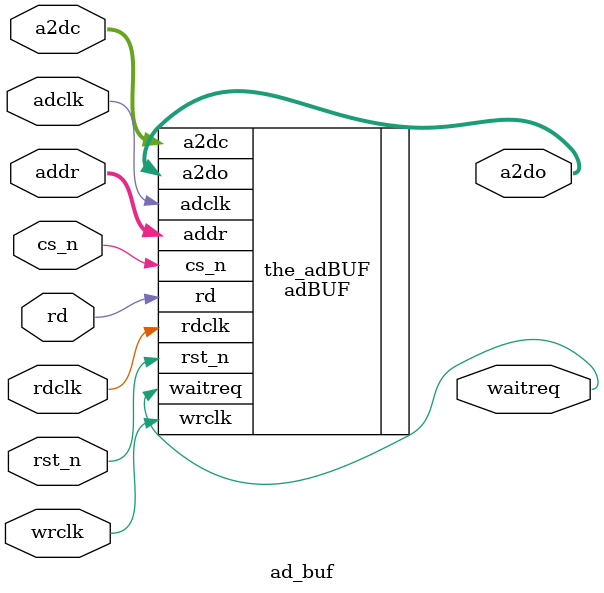
<source format=v>

`timescale 1ns / 1ps
// synthesis translate_on

// turn off superfluous verilog processor warnings 
// altera message_level Level1 
// altera message_off 10034 10035 10036 10037 10230 10240 10030 

module ad_buf (
                // inputs:
                 a2dc,
                 adclk,
                 addr,
                 cs_n,
                 rd,
                 rdclk,
                 rst_n,
                 wrclk,

                // outputs:
                 a2do,
                 waitreq
              )
;

  output  [ 31: 0] a2do;
  output           waitreq;
  input   [ 11: 0] a2dc;
  input            adclk;
  input   [ 11: 0] addr;
  input            cs_n;
  input            rd;
  input            rdclk;
  input            rst_n;
  input            wrclk;

  wire    [ 31: 0] a2do;
  wire             waitreq;
  adBUF the_adBUF
    (
      .a2dc    (a2dc),
      .a2do    (a2do),
      .adclk   (adclk),
      .addr    (addr),
      .cs_n    (cs_n),
      .rd      (rd),
      .rdclk   (rdclk),
      .rst_n   (rst_n),
      .waitreq (waitreq),
      .wrclk   (wrclk)
    );
  defparam the_adBUF.BUFFER0 = 1,
           the_adBUF.BUFFER1 = 2,
           the_adBUF.INITIAL = 0;


endmodule


</source>
